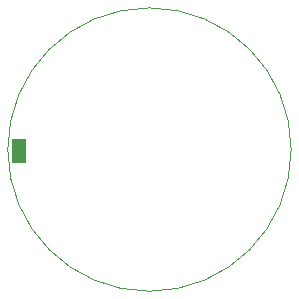
<source format=gko>
G04 Layer_Color=16711935*
%FSLAX25Y25*%
%MOIN*%
G70*
G01*
G75*
%ADD78C,0.00394*%
%ADD143R,0.04724X0.07874*%
D78*
X47244Y0D02*
G03*
X47244Y0I-47244J0D01*
G01*
D143*
X-43543Y-400D02*
D03*
M02*

</source>
